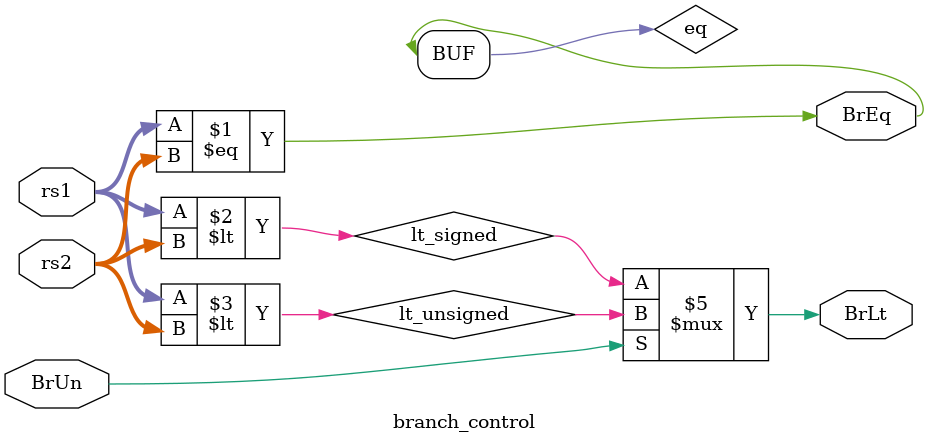
<source format=v>
module branch_control(
    input wire [31:0] rs1,
    input wire [31:0] rs2,
    input wire BrUn,
    output reg  BrEq,
    output reg  BrLt
);
 
    wire eq = (rs1 == rs2);
    wire lt_signed = ($signed(rs1) < $signed(rs2));
    wire lt_unsigned = (rs1 < rs2);

    // Combinational logic for branch control signals
        always @(*) begin
                BrEq = eq;                                // BEQ
                BrLt = (BrUn) ? lt_unsigned : lt_signed;  // BLT or BLTU
        end

endmodule

</source>
